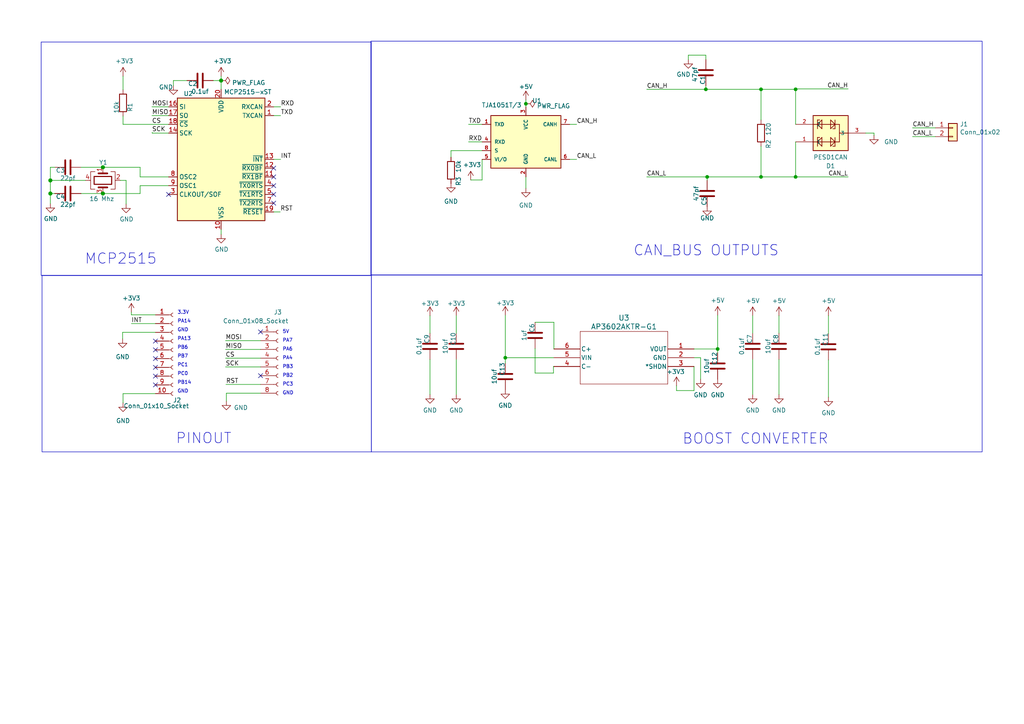
<source format=kicad_sch>
(kicad_sch (version 20230121) (generator eeschema)
  (paper "A4")
  (lib_symbols
    (symbol "2023-04-21_22-29-41:AP3602AKTR-G1" (pin_names (offset 0.254))
      (property "Reference" "U" (at 20.32 10.16 0))
      (property "Value" "AP3602AKTR-G1" (at 20.32 7.62 0))
      (symbol "AP3602AKTR-G1_0_1"
        (polyline (pts (xy 7.62 -10.16) (xy 33.02 -10.16)) (stroke (width 0.127)))
        (polyline (pts (xy 7.62 5.08) (xy 7.62 -10.16)) (stroke (width 0.127)))
        (polyline (pts (xy 33.02 -10.16) (xy 33.02 5.08)) (stroke (width 0.127)))
        (polyline (pts (xy 33.02 5.08) (xy 7.62 5.08)) (stroke (width 0.127)))
        (pin output line (at 0 0 0) (length 7.62) (name "VOUT") (number "1"))
        (pin power_in line (at 0 -2.54 0) (length 7.62) (name "GND") (number "2"))
        (pin input line (at 0 -5.08 0) (length 7.62) (name "*SHDN") (number "3"))
        (pin bidirectional line (at 40.64 -5.08 180) (length 7.62) (name "C-") (number "4"))
        (pin input line (at 40.64 -2.54 180) (length 7.62) (name "VIN") (number "5"))
        (pin bidirectional line (at 40.64 0 180) (length 7.62) (name "C+") (number "6"))
      )
    )
    (symbol "CanBus-rescue:+3V3-power" (power) (pin_names (offset 0))
      (property "Value" "+3V3-power" (at 0 3.556 0))
      (symbol "+3V3-power_0_1"
        (polyline (pts (xy -0.762 1.27) (xy 0 2.54)))
        (polyline (pts (xy 0 0) (xy 0 2.54)))
        (polyline (pts (xy 0 2.54) (xy 0.762 1.27)))
      )
      (symbol "+3V3-power_1_1"
        (pin power_in line (at 0 0 90) (length 0) hide (name "+3V3") (number "1"))
      )
    )
    (symbol "CanBus-rescue:C-Device" (pin_numbers hide) (pin_names (offset 0.254))
      (property "Reference" "C" (at 0.635 2.54 0))
      (property "Value" "C-Device" (at 0.635 -2.54 0))
      (symbol "C-Device_0_1"
        (polyline (pts (xy -2.032 -0.762) (xy 2.032 -0.762)) (stroke (width 0.508)))
        (polyline (pts (xy -2.032 0.762) (xy 2.032 0.762)) (stroke (width 0.508)))
      )
      (symbol "C-Device_1_1"
        (pin passive line (at 0 3.81 270) (length 2.794) (name "~") (number "1"))
        (pin passive line (at 0 -3.81 90) (length 2.794) (name "~") (number "2"))
      )
    )
    (symbol "CanBus-rescue:Conn_01x02-Connector_Generic" (pin_names (offset 1.016) hide)
      (property "Reference" "J" (at 0 2.54 0))
      (property "Value" "Conn_01x02-Connector_Generic" (at 0 -5.08 0))
      (symbol "Conn_01x02-Connector_Generic_1_1"
        (rectangle (start -1.27 -2.413) (end 0 -2.667) (stroke (width 0.1524)))
        (rectangle (start -1.27 0.127) (end 0 -0.127) (stroke (width 0.1524)))
        (rectangle (start -1.27 1.27) (end 1.27 -3.81) (stroke (width 0.254)) (fill (type background)))
        (pin passive line (at -5.08 0 0) (length 3.81) (name "Pin_1") (number "1"))
        (pin passive line (at -5.08 -2.54 0) (length 3.81) (name "Pin_2") (number "2"))
      )
    )
    (symbol "CanBus-rescue:Crystal_GND24-Device" (pin_names (offset 1.016) hide)
      (property "Reference" "Y" (at 3.175 5.08 0))
      (property "Value" "Crystal_GND24-Device" (at 3.175 3.175 0))
      (symbol "Crystal_GND24-Device_0_1"
        (rectangle (start -1.143 2.54) (end 1.143 -2.54) (stroke (width 0.3048)))
        (polyline (pts (xy -2.54 0) (xy -2.032 0)))
        (polyline (pts (xy -2.032 -1.27) (xy -2.032 1.27)) (stroke (width 0.508)))
        (polyline (pts (xy 0 -3.81) (xy 0 -3.556)))
        (polyline (pts (xy 0 3.556) (xy 0 3.81)))
        (polyline (pts (xy 2.032 -1.27) (xy 2.032 1.27)) (stroke (width 0.508)))
        (polyline (pts (xy 2.032 0) (xy 2.54 0)))
        (polyline (pts (xy -2.54 -2.286) (xy -2.54 -3.556) (xy 2.54 -3.556) (xy 2.54 -2.286)))
        (polyline (pts (xy -2.54 2.286) (xy -2.54 3.556) (xy 2.54 3.556) (xy 2.54 2.286)))
      )
      (symbol "Crystal_GND24-Device_1_1"
        (pin passive line (at -3.81 0 0) (length 1.27) (name "1") (number "1"))
        (pin passive line (at 0 5.08 270) (length 1.27) (name "2") (number "2"))
        (pin passive line (at 3.81 0 180) (length 1.27) (name "3") (number "3"))
        (pin passive line (at 0 -5.08 90) (length 1.27) (name "4") (number "4"))
      )
    )
    (symbol "CanBus-rescue:GND-power" (power) (pin_names (offset 0))
      (property "Value" "GND-power" (at 0 -3.81 0))
      (symbol "GND-power_0_1"
        (polyline (pts (xy 0 0) (xy 0 -1.27) (xy 1.27 -1.27) (xy 0 -2.54) (xy -1.27 -1.27) (xy 0 -1.27)))
      )
      (symbol "GND-power_1_1"
        (pin power_in line (at 0 0 270) (length 0) hide (name "GND") (number "1"))
      )
    )
    (symbol "CanBus-rescue:MCP2515-xST-Interface_CAN_LIN"
      (property "Reference" "U" (at -10.16 19.685 0))
      (property "Value" "MCP2515-xST-Interface_CAN_LIN" (at 19.05 20.32 0))
      (symbol "MCP2515-xST-Interface_CAN_LIN_0_1"
        (rectangle (start -12.7 17.78) (end 12.7 -17.78) (stroke (width 0.254)) (fill (type background)))
      )
      (symbol "MCP2515-xST-Interface_CAN_LIN_1_1"
        (pin output line (at 15.24 12.7 180) (length 2.54) (name "TXCAN") (number "1"))
        (pin power_in line (at 0 -20.32 90) (length 2.54) (name "VSS") (number "10"))
        (pin output line (at 15.24 -5.08 180) (length 2.54) (name "~{RX1BF}") (number "11"))
        (pin output line (at 15.24 -2.54 180) (length 2.54) (name "~{RX0BF}") (number "12"))
        (pin output line (at 15.24 0 180) (length 2.54) (name "~{INT}") (number "13"))
        (pin input line (at -15.24 7.62 0) (length 2.54) (name "SCK") (number "14"))
        (pin no_connect line (at -12.7 -2.54 0) (length 2.54) hide (name "NC") (number "15"))
        (pin input line (at -15.24 15.24 0) (length 2.54) (name "SI") (number "16"))
        (pin output line (at -15.24 12.7 0) (length 2.54) (name "SO") (number "17"))
        (pin input line (at -15.24 10.16 0) (length 2.54) (name "~{CS}") (number "18"))
        (pin input line (at 15.24 -15.24 180) (length 2.54) (name "~{RESET}") (number "19"))
        (pin input line (at 15.24 15.24 180) (length 2.54) (name "RXCAN") (number "2"))
        (pin power_in line (at 0 20.32 270) (length 2.54) (name "VDD") (number "20"))
        (pin output line (at -15.24 -10.16 0) (length 2.54) (name "CLKOUT/SOF") (number "3"))
        (pin input line (at 15.24 -7.62 180) (length 2.54) (name "~{TX0RTS}") (number "4"))
        (pin input line (at 15.24 -10.16 180) (length 2.54) (name "~{TX1RTS}") (number "5"))
        (pin no_connect line (at -12.7 0 0) (length 2.54) hide (name "NC") (number "6"))
        (pin input line (at 15.24 -12.7 180) (length 2.54) (name "~{TX2RTS}") (number "7"))
        (pin output line (at -15.24 -5.08 0) (length 2.54) (name "OSC2") (number "8"))
        (pin input line (at -15.24 -7.62 0) (length 2.54) (name "OSC1") (number "9"))
      )
    )
    (symbol "CanBus-rescue:R-Device" (pin_numbers hide) (pin_names (offset 0))
      (property "Reference" "R" (at 2.032 0 90))
      (property "Value" "R-Device" (at 0 0 90))
      (symbol "R-Device_0_1"
        (rectangle (start -1.016 -2.54) (end 1.016 2.54) (stroke (width 0.254)))
      )
      (symbol "R-Device_1_1"
        (pin passive line (at 0 3.81 270) (length 1.27) (name "~") (number "1"))
        (pin passive line (at 0 -3.81 90) (length 1.27) (name "~") (number "2"))
      )
    )
    (symbol "Connector:Conn_01x08_Socket" (pin_names (offset 1.016) hide)
      (property "Reference" "J" (at 0 10.16 0))
      (property "Value" "Conn_01x08_Socket" (at 0 -12.7 0))
      (symbol "Conn_01x08_Socket_1_1"
        (arc (start 0 -9.652) (mid -0.5058 -10.16) (end 0 -10.668) (stroke (width 0.1524)))
        (arc (start 0 -7.112) (mid -0.5058 -7.62) (end 0 -8.128) (stroke (width 0.1524)))
        (arc (start 0 -4.572) (mid -0.5058 -5.08) (end 0 -5.588) (stroke (width 0.1524)))
        (arc (start 0 -2.032) (mid -0.5058 -2.54) (end 0 -3.048) (stroke (width 0.1524)))
        (polyline (pts (xy -1.27 -10.16) (xy -0.508 -10.16)) (stroke (width 0.1524)))
        (polyline (pts (xy -1.27 -7.62) (xy -0.508 -7.62)) (stroke (width 0.1524)))
        (polyline (pts (xy -1.27 -5.08) (xy -0.508 -5.08)) (stroke (width 0.1524)))
        (polyline (pts (xy -1.27 -2.54) (xy -0.508 -2.54)) (stroke (width 0.1524)))
        (polyline (pts (xy -1.27 0) (xy -0.508 0)) (stroke (width 0.1524)))
        (polyline (pts (xy -1.27 2.54) (xy -0.508 2.54)) (stroke (width 0.1524)))
        (polyline (pts (xy -1.27 5.08) (xy -0.508 5.08)) (stroke (width 0.1524)))
        (polyline (pts (xy -1.27 7.62) (xy -0.508 7.62)) (stroke (width 0.1524)))
        (arc (start 0 0.508) (mid -0.5058 0) (end 0 -0.508) (stroke (width 0.1524)))
        (arc (start 0 3.048) (mid -0.5058 2.54) (end 0 2.032) (stroke (width 0.1524)))
        (arc (start 0 5.588) (mid -0.5058 5.08) (end 0 4.572) (stroke (width 0.1524)))
        (arc (start 0 8.128) (mid -0.5058 7.62) (end 0 7.112) (stroke (width 0.1524)))
        (pin passive line (at -5.08 7.62 0) (length 3.81) (name "Pin_1") (number "1"))
        (pin passive line (at -5.08 5.08 0) (length 3.81) (name "Pin_2") (number "2"))
        (pin passive line (at -5.08 2.54 0) (length 3.81) (name "Pin_3") (number "3"))
        (pin passive line (at -5.08 0 0) (length 3.81) (name "Pin_4") (number "4"))
        (pin passive line (at -5.08 -2.54 0) (length 3.81) (name "Pin_5") (number "5"))
        (pin passive line (at -5.08 -5.08 0) (length 3.81) (name "Pin_6") (number "6"))
        (pin passive line (at -5.08 -7.62 0) (length 3.81) (name "Pin_7") (number "7"))
        (pin passive line (at -5.08 -10.16 0) (length 3.81) (name "Pin_8") (number "8"))
      )
    )
    (symbol "Connector:Conn_01x10_Socket" (pin_names (offset 1.016) hide)
      (property "Reference" "J" (at 0 12.7 0))
      (property "Value" "Conn_01x10_Socket" (at 0 -15.24 0))
      (symbol "Conn_01x10_Socket_1_1"
        (arc (start 0 -12.192) (mid -0.5058 -12.7) (end 0 -13.208) (stroke (width 0.1524)))
        (arc (start 0 -9.652) (mid -0.5058 -10.16) (end 0 -10.668) (stroke (width 0.1524)))
        (arc (start 0 -7.112) (mid -0.5058 -7.62) (end 0 -8.128) (stroke (width 0.1524)))
        (arc (start 0 -4.572) (mid -0.5058 -5.08) (end 0 -5.588) (stroke (width 0.1524)))
        (arc (start 0 -2.032) (mid -0.5058 -2.54) (end 0 -3.048) (stroke (width 0.1524)))
        (polyline (pts (xy -1.27 -12.7) (xy -0.508 -12.7)) (stroke (width 0.1524)))
        (polyline (pts (xy -1.27 -10.16) (xy -0.508 -10.16)) (stroke (width 0.1524)))
        (polyline (pts (xy -1.27 -7.62) (xy -0.508 -7.62)) (stroke (width 0.1524)))
        (polyline (pts (xy -1.27 -5.08) (xy -0.508 -5.08)) (stroke (width 0.1524)))
        (polyline (pts (xy -1.27 -2.54) (xy -0.508 -2.54)) (stroke (width 0.1524)))
        (polyline (pts (xy -1.27 0) (xy -0.508 0)) (stroke (width 0.1524)))
        (polyline (pts (xy -1.27 2.54) (xy -0.508 2.54)) (stroke (width 0.1524)))
        (polyline (pts (xy -1.27 5.08) (xy -0.508 5.08)) (stroke (width 0.1524)))
        (polyline (pts (xy -1.27 7.62) (xy -0.508 7.62)) (stroke (width 0.1524)))
        (polyline (pts (xy -1.27 10.16) (xy -0.508 10.16)) (stroke (width 0.1524)))
        (arc (start 0 0.508) (mid -0.5058 0) (end 0 -0.508) (stroke (width 0.1524)))
        (arc (start 0 3.048) (mid -0.5058 2.54) (end 0 2.032) (stroke (width 0.1524)))
        (arc (start 0 5.588) (mid -0.5058 5.08) (end 0 4.572) (stroke (width 0.1524)))
        (arc (start 0 8.128) (mid -0.5058 7.62) (end 0 7.112) (stroke (width 0.1524)))
        (arc (start 0 10.668) (mid -0.5058 10.16) (end 0 9.652) (stroke (width 0.1524)))
        (pin passive line (at -5.08 10.16 0) (length 3.81) (name "Pin_1") (number "1"))
        (pin passive line (at -5.08 -12.7 0) (length 3.81) (name "Pin_10") (number "10"))
        (pin passive line (at -5.08 7.62 0) (length 3.81) (name "Pin_2") (number "2"))
        (pin passive line (at -5.08 5.08 0) (length 3.81) (name "Pin_3") (number "3"))
        (pin passive line (at -5.08 2.54 0) (length 3.81) (name "Pin_4") (number "4"))
        (pin passive line (at -5.08 0 0) (length 3.81) (name "Pin_5") (number "5"))
        (pin passive line (at -5.08 -2.54 0) (length 3.81) (name "Pin_6") (number "6"))
        (pin passive line (at -5.08 -5.08 0) (length 3.81) (name "Pin_7") (number "7"))
        (pin passive line (at -5.08 -7.62 0) (length 3.81) (name "Pin_8") (number "8"))
        (pin passive line (at -5.08 -10.16 0) (length 3.81) (name "Pin_9") (number "9"))
      )
    )
    (symbol "PESD1CAN:PESD1CAN" (pin_names (offset 1.016))
      (property "Reference" "D" (at 0 11.4366 0))
      (property "Value" "PESD1CAN" (at 0 -2.542 0))
      (symbol "PESD1CAN_0_0"
        (polyline (pts (xy 0 2.54) (xy 1.27 2.54)) (stroke (width 0.2032)))
        (polyline (pts (xy 0 7.62) (xy 1.27 7.62)) (stroke (width 0.2032)))
        (polyline (pts (xy 1.27 1.27) (xy 1.905 1.27)) (stroke (width 0.2032)))
        (polyline (pts (xy 1.27 2.54) (xy 1.27 1.27)) (stroke (width 0.2032)))
        (polyline (pts (xy 1.27 2.54) (xy 2.54 3.81)) (stroke (width 0.2032)))
        (polyline (pts (xy 1.27 2.54) (xy 6.35 2.54)) (stroke (width 0.2032)))
        (polyline (pts (xy 1.27 3.81) (xy 1.27 2.54)) (stroke (width 0.2032)))
        (polyline (pts (xy 1.27 6.35) (xy 1.905 6.35)) (stroke (width 0.2032)))
        (polyline (pts (xy 1.27 7.62) (xy 1.27 6.35)) (stroke (width 0.2032)))
        (polyline (pts (xy 1.27 7.62) (xy 2.54 8.89)) (stroke (width 0.2032)))
        (polyline (pts (xy 1.27 7.62) (xy 6.35 7.62)) (stroke (width 0.2032)))
        (polyline (pts (xy 1.27 8.89) (xy 1.27 7.62)) (stroke (width 0.2032)))
        (polyline (pts (xy 2.54 1.27) (xy 1.27 2.54)) (stroke (width 0.2032)))
        (polyline (pts (xy 2.54 3.81) (xy 2.54 1.27)) (stroke (width 0.2032)))
        (polyline (pts (xy 2.54 6.35) (xy 1.27 7.62)) (stroke (width 0.2032)))
        (polyline (pts (xy 2.54 8.89) (xy 2.54 6.35)) (stroke (width 0.2032)))
        (polyline (pts (xy 5.08 1.27) (xy 6.35 2.54)) (stroke (width 0.2032)))
        (polyline (pts (xy 5.08 3.81) (xy 5.08 1.27)) (stroke (width 0.2032)))
        (polyline (pts (xy 5.08 6.35) (xy 6.35 7.62)) (stroke (width 0.2032)))
        (polyline (pts (xy 5.08 8.89) (xy 5.08 6.35)) (stroke (width 0.2032)))
        (polyline (pts (xy 6.35 1.27) (xy 6.35 2.54)) (stroke (width 0.2032)))
        (polyline (pts (xy 6.35 2.54) (xy 5.08 3.81)) (stroke (width 0.2032)))
        (polyline (pts (xy 6.35 2.54) (xy 6.35 3.81)) (stroke (width 0.2032)))
        (polyline (pts (xy 6.35 2.54) (xy 7.62 2.54)) (stroke (width 0.2032)))
        (polyline (pts (xy 6.35 3.81) (xy 5.715 3.81)) (stroke (width 0.2032)))
        (polyline (pts (xy 6.35 6.35) (xy 6.35 7.62)) (stroke (width 0.2032)))
        (polyline (pts (xy 6.35 7.62) (xy 5.08 8.89)) (stroke (width 0.2032)))
        (polyline (pts (xy 6.35 7.62) (xy 6.35 8.89)) (stroke (width 0.2032)))
        (polyline (pts (xy 6.35 7.62) (xy 7.62 7.62)) (stroke (width 0.2032)))
        (polyline (pts (xy 6.35 8.89) (xy 5.715 8.89)) (stroke (width 0.2032)))
        (polyline (pts (xy 7.62 5.08) (xy 7.62 2.54)) (stroke (width 0.2032)))
        (polyline (pts (xy 7.62 5.08) (xy 10.16 5.08)) (stroke (width 0.2032)))
        (polyline (pts (xy 7.62 7.62) (xy 7.62 5.08)) (stroke (width 0.2032)))
        (rectangle (start 0 0) (end 10.16 10.16) (stroke (width 0.254)) (fill (type background)))
        (pin bidirectional line (at -5.08 7.62 0) (length 5.08) (name "1") (number "1"))
        (pin bidirectional line (at -5.08 2.54 0) (length 5.08) (name "2") (number "2"))
        (pin bidirectional line (at 15.24 5.08 180) (length 5.08) (name "3") (number "3"))
      )
    )
    (symbol "TJA1051T_3:TJA1051T{slash}3" (pin_names (offset 1.016))
      (property "Reference" "U" (at -10.16 10.16 0))
      (property "Value" "TJA1051T{slash}3" (at -10.16 -10.16 0))
      (symbol "TJA1051T{slash}3_0_0"
        (rectangle (start -10.16 -7.62) (end 10.16 7.62) (stroke (width 0.254)) (fill (type background)))
        (pin output line (at -12.7 5.08 0) (length 2.54) (name "TXD") (number "1"))
        (pin bidirectional line (at 0 -10.16 90) (length 2.54) (name "GND") (number "2"))
        (pin bidirectional line (at 0 10.16 270) (length 2.54) (name "VCC") (number "3"))
        (pin bidirectional line (at -12.7 0 0) (length 2.54) (name "RXD") (number "4"))
        (pin passive line (at -12.7 -5.08 0) (length 2.54) (name "VI/O") (number "5"))
        (pin bidirectional line (at 12.7 -5.08 180) (length 2.54) (name "CANL") (number "6"))
        (pin bidirectional line (at 12.7 5.08 180) (length 2.54) (name "CANH") (number "7"))
        (pin power_in line (at -12.7 -2.54 0) (length 2.54) (name "S") (number "8"))
      )
    )
    (symbol "power:+3V3" (power) (pin_names (offset 0))
      (property "Value" "+3V3" (at 0 3.556 0))
      (symbol "+3V3_0_1"
        (polyline (pts (xy -0.762 1.27) (xy 0 2.54)))
        (polyline (pts (xy 0 0) (xy 0 2.54)))
        (polyline (pts (xy 0 2.54) (xy 0.762 1.27)))
      )
      (symbol "+3V3_1_1"
        (pin power_in line (at 0 0 90) (length 0) hide (name "+3V3") (number "1"))
      )
    )
    (symbol "power:+5V" (power) (pin_names (offset 0))
      (property "Value" "+5V" (at 0 3.556 0))
      (symbol "+5V_0_1"
        (polyline (pts (xy -0.762 1.27) (xy 0 2.54)))
        (polyline (pts (xy 0 0) (xy 0 2.54)))
        (polyline (pts (xy 0 2.54) (xy 0.762 1.27)))
      )
      (symbol "+5V_1_1"
        (pin power_in line (at 0 0 90) (length 0) hide (name "+5V") (number "1"))
      )
    )
    (symbol "power:GND" (power) (pin_names (offset 0))
      (property "Value" "GND" (at 0 -3.81 0))
      (symbol "GND_0_1"
        (polyline (pts (xy 0 0) (xy 0 -1.27) (xy 1.27 -1.27) (xy 0 -2.54) (xy -1.27 -1.27) (xy 0 -1.27)))
      )
      (symbol "GND_1_1"
        (pin power_in line (at 0 0 270) (length 0) hide (name "GND") (number "1"))
      )
    )
    (symbol "power:PWR_FLAG" (power) (pin_numbers hide) (pin_names (offset 0) hide)
      (property "Value" "PWR_FLAG" (at 0 3.81 0))
      (symbol "PWR_FLAG_0_0"
        (pin power_out line (at 0 0 90) (length 0) (name "pwr") (number "1"))
      )
      (symbol "PWR_FLAG_0_1"
        (polyline (pts (xy 0 0) (xy 0 1.27) (xy -1.016 1.905) (xy 0 2.54) (xy 1.016 1.905) (xy 0 1.27)))
      )
    )
  )
  (junction (at 230.759 25.908))
  (junction (at 220.726 51.308))
  (junction (at 230.759 51.308))
  (junction (at 29.845 56.134) (diameter 1.016))
  (junction (at 14.605 52.324) (diameter 1.016))
  (junction (at 146.558 103.759))
  (junction (at 152.527 30.099))
  (junction (at 208.153 101.219))
  (junction (at 205.105 51.308))
  (junction (at 64.135 23.368) (diameter 1.016))
  (junction (at 204.724 25.908))
  (junction (at 14.605 56.134) (diameter 1.016))
  (junction (at 220.726 25.908))
  (junction (at 29.845 48.514) (diameter 1.016))
  (no_connect (at 75.565 96.266))
  (no_connect (at 45.085 109.093))
  (no_connect (at 79.375 58.928))
  (no_connect (at 45.085 104.013))
  (no_connect (at 45.085 101.473))
  (no_connect (at 45.085 111.633))
  (no_connect (at 79.375 51.308))
  (no_connect (at 45.085 98.933))
  (no_connect (at 45.085 106.553))
  (no_connect (at 79.375 48.768))
  (no_connect (at 75.565 108.966))
  (no_connect (at 79.375 53.848))
  (no_connect (at 79.375 56.388))
  (no_connect (at 48.895 56.388))
  (wire (pts (xy 253.492 39.243) (xy 253.492 38.608)))
  (wire (pts (xy 204.724 16.002) (xy 199.644 16.002)))
  (wire (pts (xy 230.759 36.068) (xy 230.759 25.908)) (stroke (width 0.1524)))
  (wire (pts (xy 205.105 51.308) (xy 205.105 52.324)))
  (wire (pts (xy 160.655 93.472) (xy 160.655 101.219)))
  (wire (pts (xy 135.89 36.068) (xy 139.827 36.068)))
  (wire (pts (xy 160.655 103.759) (xy 146.558 103.759)))
  (wire (pts (xy 40.64 51.308) (xy 40.64 48.514)))
  (wire (pts (xy 44.069 30.988) (xy 48.895 30.988)))
  (wire (pts (xy 40.64 56.134) (xy 40.64 53.848)))
  (wire (pts (xy 152.527 51.308) (xy 152.527 54.61)))
  (wire (pts (xy 230.759 25.781) (xy 230.759 25.908)) (stroke (width 0.1524)))
  (wire (pts (xy 139.827 52.197) (xy 139.827 46.228)))
  (wire (pts (xy 81.407 33.528) (xy 79.375 33.528)))
  (wire (pts (xy 225.933 104.267) (xy 225.933 114.427)) (stroke (width 0.1524)))
  (wire (pts (xy 135.89 41.148) (xy 139.827 41.148)))
  (wire (pts (xy 40.64 53.848) (xy 48.895 53.848)))
  (wire (pts (xy 65.405 98.806) (xy 75.565 98.806)))
  (wire (pts (xy 35.687 36.068) (xy 48.895 36.068)))
  (wire (pts (xy 14.605 59.055) (xy 14.605 56.134)))
  (wire (pts (xy 130.81 43.688) (xy 130.81 45.593)))
  (wire (pts (xy 81.407 46.228) (xy 79.375 46.228)))
  (wire (pts (xy 75.565 106.426) (xy 65.405 106.426)))
  (wire (pts (xy 50.292 23.368) (xy 54.229 23.368)))
  (wire (pts (xy 203.2 103.759) (xy 203.2 109.982)))
  (wire (pts (xy 196.215 113.284) (xy 196.215 111.887)))
  (wire (pts (xy 230.759 51.308) (xy 245.999 51.308)) (stroke (width 0.1524)))
  (wire (pts (xy 167.259 36.068) (xy 165.227 36.068)))
  (wire (pts (xy 136.525 52.197) (xy 139.827 52.197)))
  (wire (pts (xy 35.687 36.068) (xy 35.687 33.655)))
  (wire (pts (xy 81.407 30.988) (xy 79.375 30.988)))
  (wire (pts (xy 64.135 23.368) (xy 64.135 22.098)))
  (wire (pts (xy 218.313 96.647) (xy 218.313 91.567)) (stroke (width 0.1524)))
  (wire (pts (xy 225.933 96.647) (xy 225.933 91.567)) (stroke (width 0.1524)))
  (wire (pts (xy 208.153 101.219) (xy 208.153 102.362)))
  (wire (pts (xy 201.295 113.284) (xy 196.215 113.284)))
  (wire (pts (xy 35.56 98.298) (xy 35.56 96.393)))
  (wire (pts (xy 15.875 56.134) (xy 14.605 56.134)))
  (wire (pts (xy 38.1 91.313) (xy 38.1 90.551)))
  (wire (pts (xy 220.726 51.308) (xy 230.759 51.308)) (stroke (width 0.1524)))
  (wire (pts (xy 35.687 116.84) (xy 35.687 114.173)))
  (wire (pts (xy 65.659 116.332) (xy 65.659 114.046)))
  (wire (pts (xy 220.726 51.308) (xy 220.726 42.418)) (stroke (width 0.1524)))
  (wire (pts (xy 167.259 46.228) (xy 165.227 46.228)))
  (wire (pts (xy 220.726 25.908) (xy 220.726 34.798)))
  (wire (pts (xy 38.1 91.313) (xy 45.085 91.313)))
  (wire (pts (xy 218.313 114.427) (xy 218.313 104.267)) (stroke (width 0.1524)))
  (wire (pts (xy 65.532 111.506) (xy 75.565 111.506)))
  (wire (pts (xy 152.527 28.956) (xy 152.527 30.099)))
  (wire (pts (xy 160.655 106.299) (xy 160.528 106.299)))
  (wire (pts (xy 35.687 114.173) (xy 45.085 114.173)))
  (wire (pts (xy 23.495 48.514) (xy 29.845 48.514)))
  (wire (pts (xy 187.579 51.308) (xy 205.105 51.308)) (stroke (width 0.1524)))
  (wire (pts (xy 220.726 25.908) (xy 230.759 25.908)) (stroke (width 0.1524)))
  (wire (pts (xy 64.135 25.908) (xy 64.135 23.368)))
  (wire (pts (xy 65.405 103.886) (xy 75.565 103.886)))
  (wire (pts (xy 29.845 48.514) (xy 40.64 48.514)))
  (wire (pts (xy 65.405 101.346) (xy 75.565 101.346)))
  (wire (pts (xy 152.527 30.099) (xy 152.527 30.988)))
  (wire (pts (xy 160.528 106.299) (xy 160.528 108.204)))
  (wire (pts (xy 155.194 108.204) (xy 155.194 101.092)))
  (wire (pts (xy 139.827 43.688) (xy 130.81 43.688)))
  (wire (pts (xy 35.56 96.393) (xy 45.085 96.393)))
  (wire (pts (xy 14.605 52.324) (xy 14.605 56.134)))
  (wire (pts (xy 35.687 22.098) (xy 35.687 26.035)))
  (wire (pts (xy 81.28 61.468) (xy 79.375 61.468)))
  (wire (pts (xy 132.334 104.267) (xy 132.334 114.427)) (stroke (width 0.1524)))
  (wire (pts (xy 201.295 101.219) (xy 208.153 101.219)))
  (wire (pts (xy 44.069 33.528) (xy 48.895 33.528)))
  (wire (pts (xy 44.196 38.608) (xy 48.895 38.608)))
  (wire (pts (xy 205.105 51.308) (xy 220.726 51.308)) (stroke (width 0.1524)))
  (wire (pts (xy 204.724 24.892) (xy 204.724 25.908)))
  (wire (pts (xy 124.714 96.647) (xy 124.714 91.567)) (stroke (width 0.1524)))
  (wire (pts (xy 64.135 66.548) (xy 64.135 67.945)))
  (wire (pts (xy 230.759 25.781) (xy 245.999 25.781)) (stroke (width 0.1524)))
  (wire (pts (xy 44.069 38.481) (xy 44.196 38.481)))
  (wire (pts (xy 160.528 108.204) (xy 155.194 108.204)))
  (wire (pts (xy 132.334 91.567) (xy 132.334 96.647)) (stroke (width 0.1524)))
  (wire (pts (xy 23.495 56.134) (xy 29.845 56.134)))
  (wire (pts (xy 230.759 41.148) (xy 230.759 51.308)) (stroke (width 0.1524)))
  (wire (pts (xy 146.558 91.44) (xy 146.558 103.759)))
  (wire (pts (xy 38.1 93.853) (xy 45.085 93.853)))
  (wire (pts (xy 187.579 25.908) (xy 204.724 25.908)) (stroke (width 0.1524)))
  (wire (pts (xy 240.284 104.394) (xy 240.284 115.189)) (stroke (width 0.1524)))
  (wire (pts (xy 124.714 114.427) (xy 124.714 104.267)) (stroke (width 0.1524)))
  (wire (pts (xy 44.196 38.481) (xy 44.196 38.608)))
  (wire (pts (xy 50.292 24.892) (xy 50.292 23.368)))
  (wire (pts (xy 146.558 103.759) (xy 146.558 105.41)))
  (wire (pts (xy 253.492 38.608) (xy 251.079 38.608)))
  (wire (pts (xy 14.605 48.514) (xy 14.605 52.324)))
  (wire (pts (xy 155.194 93.472) (xy 160.655 93.472)))
  (wire (pts (xy 29.845 56.134) (xy 40.64 56.134)))
  (wire (pts (xy 201.295 106.299) (xy 201.295 113.284)))
  (wire (pts (xy 36.576 52.324) (xy 36.576 59.182)))
  (wire (pts (xy 208.153 91.44) (xy 208.153 101.219)))
  (wire (pts (xy 65.659 114.046) (xy 75.565 114.046)))
  (wire (pts (xy 34.925 52.324) (xy 36.576 52.324)))
  (wire (pts (xy 264.668 39.624) (xy 271.272 39.624)))
  (wire (pts (xy 204.724 17.272) (xy 204.724 16.002)))
  (wire (pts (xy 264.668 37.084) (xy 271.272 37.084)))
  (wire (pts (xy 48.895 51.308) (xy 40.64 51.308)))
  (wire (pts (xy 61.849 23.368) (xy 64.135 23.368)))
  (wire (pts (xy 199.644 16.002) (xy 199.644 17.272)))
  (wire (pts (xy 201.295 103.759) (xy 203.2 103.759)))
  (wire (pts (xy 204.724 25.908) (xy 220.726 25.908)) (stroke (width 0.1524)))
  (wire (pts (xy 240.284 91.567) (xy 240.284 96.774)) (stroke (width 0.1524)))
  (wire (pts (xy 24.765 52.324) (xy 14.605 52.324)))
  (wire (pts (xy 14.605 48.514) (xy 15.875 48.514)))
  (rectangle (start 11.938 12.192) (end 107.696 79.883))
  (rectangle (start 107.569 11.938) (end 284.861 79.756))
  (rectangle (start 12.192 79.883) (end 107.696 131.064))
  (rectangle (start 107.696 79.756) (end 284.861 131.064))
  (text "BOOST CONVERTER \n\n" (at 197.866 133.985 0) (effects (font (size 3 3)) (justify left bottom)))
  (text "MCP2515\n" (at 24.511 76.962 0) (effects (font (size 3 3)) (justify left bottom)))
  (text "PC1" (at 51.435 106.553 0) (effects (font (size 1 1)) (justify left bottom)))
  (text "PINOUT\n" (at 50.927 129.032 0) (effects (font (size 3 3)) (justify left bottom)))
  (text "PA7" (at 81.915 99.441 0) (effects (font (size 1 1)) (justify left bottom)))
  (text "PB3" (at 81.915 107.061 0) (effects (font (size 1 1)) (justify left bottom)))
  (text "5V" (at 81.915 96.901 0) (effects (font (size 1 1)) (justify left bottom)))
  (text "PB2" (at 81.915 109.601 0) (effects (font (size 1 1)) (justify left bottom)))
  (text "PB7" (at 51.435 104.013 0) (effects (font (size 1 1)) (justify left bottom)))
  (text "PB14\n" (at 51.435 111.633 0) (effects (font (size 1 1)) (justify left bottom)))
  (text "PB6" (at 51.435 101.473 0) (effects (font (size 1 1)) (justify left bottom)))
  (text "CAN_BUS OUTPUTS" (at 183.642 74.549 0) (effects (font (size 3 3)) (justify left bottom)))
  (text "PC3" (at 81.915 112.141 0) (effects (font (size 1 1)) (justify left bottom)))
  (text "PA13" (at 51.435 98.933 0) (effects (font (size 1 1)) (justify left bottom)))
  (text "GND" (at 51.435 96.393 0) (effects (font (size 1 1)) (justify left bottom)))
  (text "PA14\n" (at 51.435 93.853 0) (effects (font (size 1 1)) (justify left bottom)))
  (text "3.3V" (at 51.435 91.313 0) (effects (font (size 1 1)) (justify left bottom)))
  (text "PA4" (at 81.915 104.521 0) (effects (font (size 1 1)) (justify left bottom)))
  (text "GND" (at 51.435 114.173 0) (effects (font (size 1 1)) (justify left bottom)))
  (text "PC0" (at 51.435 109.093 0) (effects (font (size 1 1)) (justify left bottom)))
  (text "PA6" (at 81.915 101.981 0) (effects (font (size 1 1)) (justify left bottom)))
  (text "GND" (at 81.915 114.681 0) (effects (font (size 1 1)) (justify left bottom)))
  (label "TXD" (at 81.407 33.528 0))
  (label "RST" (at 65.532 111.506 0))
  (label "INT" (at 38.1 93.853 0))
  (label "CAN_H" (at 167.259 36.068 0) (effects (font (size 1.2446 1.2446))))
  (label "CAN_L" (at 245.999 51.308 180) (effects (font (size 1.2446 1.2446))))
  (label "TXD" (at 135.89 36.068 0))
  (label "CS" (at 65.405 103.886 0))
  (label "RXD" (at 135.89 41.148 0))
  (label "CS" (at 46.736 36.068 180))
  (label "MISO" (at 44.069 33.528 0))
  (label "CAN_L" (at 264.668 39.624 0))
  (label "RST" (at 81.28 61.468 0))
  (label "SCK" (at 44.069 38.481 0))
  (label "CAN_H" (at 187.579 25.908 0) (effects (font (size 1.2446 1.2446))))
  (label "CAN_L" (at 167.259 46.228 0) (effects (font (size 1.2446 1.2446))))
  (label "INT" (at 81.407 46.228 0))
  (label "SCK" (at 65.405 106.426 0))
  (label "MOSI" (at 44.069 30.988 0))
  (label "CAN_L" (at 187.579 51.308 0) (effects (font (size 1.2446 1.2446))))
  (label "MOSI" (at 65.405 98.806 0))
  (label "MISO" (at 65.405 101.346 0))
  (label "RXD" (at 81.407 30.988 0))
  (label "CAN_H" (at 264.668 37.084 0))
  (label "CAN_H" (at 245.999 25.781 180) (effects (font (size 1.2446 1.2446))))
  (symbol (lib_id "power:GND") (at 208.153 109.982 0) (mirror y) (unit 1)
    (property "Reference" "#PWR024" (effects hide))
    (property "Value" "GND" (at 208.153 114.554 0))
  )
  (symbol (lib_id "CanBus-rescue:C-Device") (at 208.153 106.172 0) (mirror y) (unit 1)
    (property "Reference" "C12" (at 207.264 104.013 90))
    (property "Value" "10uf" (at 204.978 106.172 90))
    (property "Footprint" "Capacitor_SMD:C_0603_1608Metric_Pad1.08x0.95mm_HandSolder" (effects hide))
    (property "Datasheet" "https://www.mouser.mx/datasheet/2/40/KYOCERA_AutoMLCCKAM-3106308.pdf" (effects hide))
    (property "manf#" "CC0603KRX5R6BB106" (effects hide))
    (property "Proveedor" "LCSC" (effects hide))
    (property "LCSC#" "C326057" (effects hide))
  )
  (symbol (lib_id "CanBus-rescue:C-Device") (at 205.105 56.134 180) (unit 1)
    (property "Reference" "C5" (at 204.216 58.293 90))
    (property "Value" "47pf" (at 201.93 56.134 90))
    (property "Footprint" "Capacitor_SMD:C_0603_1608Metric_Pad1.08x0.95mm_HandSolder" (effects hide))
    (property "Datasheet" "https://www.mouser.mx/datasheet/2/212/KEM_C1022_C0G_AUTO_SMD-1093282.pdf" (effects hide))
    (property "manf#" "CC0603JRNPO9BN470" (effects hide))
    (property "Proveedor" "LCSC" (effects hide))
    (property "LCSC#" "C105622" (effects hide))
  )
  (symbol (lib_id "power:+3V3") (at 38.1 90.551 0) (unit 1)
    (property "Reference" "#PWR014" (effects hide))
    (property "Value" "+3V3" (at 38.1 86.487 0))
  )
  (symbol (lib_id "power:GND") (at 205.105 59.944 0) (unit 1)
    (property "Reference" "#PWR012" (effects hide))
    (property "Value" "GND" (at 205.105 63.246 0))
  )
  (symbol (lib_id "CanBus-rescue:C-Device") (at 146.558 109.22 0) (mirror y) (unit 1)
    (property "Reference" "C13" (at 145.669 107.061 90))
    (property "Value" "10uf" (at 143.383 109.22 90))
    (property "Footprint" "Capacitor_SMD:C_0603_1608Metric_Pad1.08x0.95mm_HandSolder" (effects hide))
    (property "Datasheet" "https://www.mouser.mx/datasheet/2/40/KYOCERA_AutoMLCCKAM-3106308.pdf" (effects hide))
    (property "manf#" "CC0603KRX5R6BB106" (effects hide))
    (property "Proveedor" "LCSC" (effects hide))
    (property "LCSC#" "C326057" (effects hide))
  )
  (symbol (lib_id "power:+3V3") (at 124.714 91.567 0) (mirror y) (unit 1)
    (property "Reference" "#PWR018" (effects hide))
    (property "Value" "+3V3" (at 124.714 88.011 0))
  )
  (symbol (lib_id "CanBus-rescue:GND-power") (at 50.292 24.892 0) (unit 1)
    (property "Reference" "#PWR04" (effects hide))
    (property "Value" "GND" (at 48.133 25.273 0))
  )
  (symbol (lib_id "CanBus-rescue:R-Device") (at 130.81 49.403 180) (unit 1)
    (property "Reference" "R3" (at 132.969 52.578 90))
    (property "Value" "10k" (at 132.969 48.26 90))
    (property "Footprint" "Resistor_SMD:R_0603_1608Metric_Pad0.98x0.95mm_HandSolder" (effects hide))
    (property "Datasheet" "https://www.mouser.mx/datasheet/2/447/PYu_RP_51_RoHS_L_0-3071169.pdf" (effects hide))
    (property "manf#" "RC0603JR-0710KL" (effects hide))
    (property "Proveedor" "LCSC" (effects hide))
    (property "LCSC#" "C99198" (effects hide))
  )
  (symbol (lib_id "power:GND") (at 240.284 115.189 0) (mirror y) (unit 1)
    (property "Reference" "#PWR026" (effects hide))
    (property "Value" "GND" (at 240.284 119.761 0))
  )
  (symbol (lib_id "power:GND") (at 65.659 116.332 0) (unit 1)
    (property "Reference" "#PWR032" (effects hide))
    (property "Value" "GND" (at 67.818 118.237 0) (effects (justify left)))
  )
  (symbol (lib_id "power:+5V") (at 218.313 91.567 0) (mirror y) (unit 1)
    (property "Reference" "#PWR016" (effects hide))
    (property "Value" "+5V" (at 218.313 87.249 0))
  )
  (symbol (lib_id "CanBus-rescue:Crystal_GND24-Device") (at 29.845 52.324 270) (unit 1)
    (property "Reference" "Y1" (at 28.702 47.117 90) (effects (justify left)))
    (property "Value" "16 Mhz" (at 25.908 57.658 90) (effects (justify left)))
    (property "Footprint" "Crystal:Crystal_SMD_2016-4Pin_2.0x1.6mm" (effects hide))
    (property "Datasheet" "https://datasheet.lcsc.com/szlcsc/1912111437_HELE-Harmony-Elec-X2C016000B91H-R_C254270.pdf" (effects hide))
    (property "manf#" "X2C016000B91H-R" (effects hide))
    (property "LCSC#" "C254270" (effects hide))
    (property "Proveedor" "LCSC" (effects hide))
  )
  (symbol (lib_id "CanBus-rescue:+3V3-power") (at 136.525 52.197 0) (unit 1)
    (property "Reference" "#PWR07" (effects hide))
    (property "Value" "+3V3" (at 136.906 47.8028 0))
  )
  (symbol (lib_id "CanBus-rescue:C-Device") (at 132.334 100.457 0) (mirror y) (unit 1)
    (property "Reference" "C10" (at 131.445 98.298 90))
    (property "Value" "10uf" (at 129.159 100.457 90))
    (property "Footprint" "Capacitor_SMD:C_0603_1608Metric_Pad1.08x0.95mm_HandSolder" (effects hide))
    (property "Datasheet" "https://www.mouser.mx/datasheet/2/40/KYOCERA_AutoMLCCKAM-3106308.pdf" (effects hide))
    (property "manf#" "CC0603KRX5R6BB106" (effects hide))
    (property "Proveedor" "LCSC" (effects hide))
    (property "LCSC#" "C326057" (effects hide))
  )
  (symbol (lib_id "power:GND") (at 35.56 98.298 0) (unit 1)
    (property "Reference" "#PWR022" (effects hide))
    (property "Value" "GND" (at 35.56 103.505 0))
  )
  (symbol (lib_id "CanBus-rescue:C-Device") (at 124.714 100.457 0) (mirror y) (unit 1)
    (property "Reference" "C9" (at 123.825 98.298 90))
    (property "Value" "0.1uf" (at 121.539 100.457 90))
    (property "Footprint" "Capacitor_SMD:C_0603_1608Metric_Pad1.08x0.95mm_HandSolder" (effects hide))
    (property "Datasheet" "https://www.mouser.mx/datasheet/2/210/WTC_MLCC_General_Purpose-1534899.pdf" (effects hide))
    (property "manf#" "TCC0603X7R104K500CT" (effects hide))
    (property "Proveedor" "LCSC" (effects hide))
    (property "LCSC#" "C282519" (effects hide))
  )
  (symbol (lib_id "CanBus-rescue:R-Device") (at 220.726 38.608 180) (unit 1)
    (property "Reference" "R2" (at 222.885 41.783 90))
    (property "Value" "120" (at 222.885 37.465 90))
    (property "Footprint" "Resistor_SMD:R_0603_1608Metric_Pad0.98x0.95mm_HandSolder" (effects hide))
    (property "Datasheet" "https://www.mouser.mx/datasheet/2/418/5/ENG_DS_1773204_1_F-717776.pdf" (effects hide))
    (property "manf#" "HPCR0603F120RK9" (effects hide))
    (property "Proveedor" "LCSC" (effects hide))
    (property "LCSC#" "C365072" (effects hide))
  )
  (symbol (lib_id "2023-04-21_22-29-41:AP3602AKTR-G1") (at 201.295 101.219 0) (mirror y) (unit 1)
    (property "Reference" "U3" (at 180.975 92.202 0) (effects (font (size 1.524 1.524))))
    (property "Value" "AP3602AKTR-G1" (at 180.975 94.742 0) (effects (font (size 1.524 1.524))))
    (property "Footprint" "Package_TO_SOT_SMD:TSOT-23-6" (effects hide))
    (property "Datasheet" "https://www.mouser.mx/datasheet/2/115/DIOD_S_A0009645458_1-2512741.pdf" (effects hide))
    (property "manf#" "AP3602AKTR-G1" (effects hide))
    (property "Proveedor" "LCSC" (effects hide))
    (property "LCSC#" "C460358" (effects hide))
  )
  (symbol (lib_id "CanBus-rescue:C-Device") (at 19.685 48.514 90) (mirror x) (unit 1)
    (property "Reference" "C3" (at 17.526 49.403 90))
    (property "Value" "22pf" (at 19.685 51.689 90))
    (property "Footprint" "Capacitor_SMD:C_0603_1608Metric_Pad1.08x0.95mm_HandSolder" (effects hide))
    (property "Datasheet" " https://www.mouser.mx/datasheet/2/40/C0GNP0_Dielectric-951274.pdf" (effects hide))
    (property "manf#" "06035A220JAT2A" (effects hide))
    (property "Proveedor" "LCSC" (effects hide))
    (property "LCSC#" "C525244" (effects hide))
  )
  (symbol (lib_id "CanBus-rescue:C-Device") (at 19.685 56.134 90) (mirror x) (unit 1)
    (property "Reference" "C4" (at 17.526 57.023 90))
    (property "Value" "22pf" (at 19.685 59.309 90))
    (property "Footprint" "Capacitor_SMD:C_0603_1608Metric_Pad1.08x0.95mm_HandSolder" (effects hide))
    (property "Datasheet" " https://www.mouser.mx/datasheet/2/40/C0GNP0_Dielectric-951274.pdf" (effects hide))
    (property "manf#" "06035A220JAT2A" (effects hide))
    (property "Proveedor" "LCSC" (effects hide))
    (property "LCSC#" "C525244" (effects hide))
  )
  (symbol (lib_id "power:+5V") (at 152.527 28.956 0) (unit 1)
    (property "Reference" "#PWR05" (effects hide))
    (property "Value" "+5V" (at 152.527 25.146 0))
  )
  (symbol (lib_id "power:+3V3") (at 146.558 91.44 0) (mirror y) (unit 1)
    (property "Reference" "#PWR021" (effects hide))
    (property "Value" "+3V3" (at 146.558 87.884 0))
  )
  (symbol (lib_id "CanBus-rescue:C-Device") (at 225.933 100.457 0) (mirror y) (unit 1)
    (property "Reference" "C8" (at 225.044 98.298 90))
    (property "Value" "10uf" (at 222.758 100.457 90))
    (property "Footprint" "Capacitor_SMD:C_0603_1608Metric_Pad1.08x0.95mm_HandSolder" (effects hide))
    (property "Datasheet" "https://www.mouser.mx/datasheet/2/40/KYOCERA_AutoMLCCKAM-3106308.pdf" (effects hide))
    (property "manf#" "CC0603KRX5R6BB106" (effects hide))
    (property "Proveedor" "LCSC" (effects hide))
    (property "LCSC#" "C326057" (effects hide))
  )
  (symbol (lib_id "CanBus-rescue:GND-power") (at 14.605 59.055 0) (unit 1)
    (property "Reference" "#PWR011" (effects hide))
    (property "Value" "GND" (at 14.732 63.4492 0))
  )
  (symbol (lib_id "power:+3V3") (at 196.215 111.887 0) (mirror y) (unit 1)
    (property "Reference" "#PWR025" (effects hide))
    (property "Value" "+3V3" (at 195.961 107.823 0))
  )
  (symbol (lib_id "power:+3V3") (at 132.334 91.567 0) (mirror y) (unit 1)
    (property "Reference" "#PWR019" (effects hide))
    (property "Value" "+3V3" (at 132.334 88.011 0))
  )
  (symbol (lib_id "Connector:Conn_01x08_Socket") (at 80.645 103.886 0) (unit 1)
    (property "Reference" "J3" (at 79.375 90.551 0) (effects (justify left)))
    (property "Value" "Conn_01x08_Socket" (at 64.643 93.091 0) (effects (justify left)))
    (property "Footprint" "Connector_PinHeader_2.54mm:PinHeader_1x08_P2.54mm_Horizontal" (effects hide))
    (property "Proveedor" "LCSC" (effects hide))
    (property "manf#" "PZ254-1-08-W-8.5" (effects hide))
    (property "LCSC#" "C2894950" (effects hide))
  )
  (symbol (lib_id "power:PWR_FLAG") (at 64.135 23.368 270) (unit 1)
    (property "Reference" "#FLG01" (effects hide))
    (property "Value" "PWR_FLAG" (at 67.31 24.003 90) (effects (justify left)))
  )
  (symbol (lib_id "Connector:Conn_01x10_Socket") (at 50.165 101.473 0) (unit 1)
    (property "Reference" "J2" (at 50.165 116.078 0) (effects (justify left)))
    (property "Value" "Conn_01x10_Socket" (at 35.814 117.729 0) (effects (justify left)))
    (property "Footprint" "Connector_PinHeader_2.54mm:PinHeader_1x10_P2.54mm_Horizontal" (effects hide))
    (property "LCSC#" "C492418" (effects hide))
    (property "Proveedor" "LCSC" (effects hide))
    (property "manf#" "PZ254R-11-10P" (effects hide))
  )
  (symbol (lib_id "CanBus-rescue:C-Device") (at 155.194 97.282 0) (mirror y) (unit 1)
    (property "Reference" "C6" (at 154.305 95.123 90))
    (property "Value" "1uf" (at 152.019 97.282 90))
    (property "Footprint" "Capacitor_SMD:C_0603_1608Metric_Pad1.08x0.95mm_HandSolder" (effects hide))
    (property "Datasheet" "https://www.mouser.mx/datasheet/2/40/AVX_X7RDielectric_777024-1853642.pdf" (effects hide))
    (property "manf#" "CL10A105KP8NNNC" (effects hide))
    (property "Proveedor" "LCSC" (effects hide))
    (property "LCSC#" "C26413" (effects hide))
  )
  (symbol (lib_id "power:PWR_FLAG") (at 152.527 30.099 270) (unit 1)
    (property "Reference" "#FLG02" (effects hide))
    (property "Value" "PWR_FLAG" (at 155.702 30.734 90) (effects (justify left)))
  )
  (symbol (lib_id "CanBus-rescue:C-Device") (at 204.724 21.082 180) (unit 1)
    (property "Reference" "C1" (at 203.835 23.241 90))
    (property "Value" "47pf" (at 201.549 21.59 90))
    (property "Footprint" "Capacitor_SMD:C_0603_1608Metric_Pad1.08x0.95mm_HandSolder" (effects hide))
    (property "Datasheet" "https://www.mouser.mx/datasheet/2/212/KEM_C1022_C0G_AUTO_SMD-1093282.pdf" (effects hide))
    (property "manf#" "CC0603JRNPO9BN470" (effects hide))
    (property "Proveedor" "LCSC" (effects hide))
    (property "LCSC#" "C105622" (effects hide))
  )
  (symbol (lib_id "PESD1CAN:PESD1CAN") (at 235.839 33.528 0) (mirror x) (unit 1)
    (property "Reference" "D1" (at 240.919 48.133 0))
    (property "Value" "PESD1CAN" (at 240.919 45.593 0))
    (property "Footprint" "Package_TO_SOT_SMD:SOT-323_SC-70" (effects hide))
    (property "Datasheet" "https://www.mouser.mx/datasheet/2/916/PESD1CAN_U-2938423.pdf" (effects hide))
    (property "manf#" "PESD1CAN-UX" (effects hide))
    (property "Proveedor" "LCSC" (effects hide))
    (property "LCSC#" "C907839" (effects hide))
  )
  (symbol (lib_id "CanBus-rescue:C-Device") (at 58.039 23.368 90) (mirror x) (unit 1)
    (property "Reference" "C2" (at 55.88 24.257 90))
    (property "Value" "0.1uf" (at 58.039 26.543 90))
    (property "Footprint" "Capacitor_SMD:C_0603_1608Metric_Pad1.08x0.95mm_HandSolder" (effects hide))
    (property "Datasheet" "https://www.mouser.mx/datasheet/2/210/WTC_MLCC_General_Purpose-1534899.pdf" (effects hide))
    (property "manf#" "TCC0603X7R104K500CT" (effects hide))
    (property "Proveedor" "LCSC" (effects hide))
    (property "LCSC#" "C282519" (effects hide))
  )
  (symbol (lib_id "CanBus-rescue:GND-power") (at 36.576 59.182 0) (unit 1)
    (property "Reference" "#PWR010" (effects hide))
    (property "Value" "GND" (at 36.703 63.5762 0))
  )
  (symbol (lib_id "power:GND") (at 152.527 54.61 0) (unit 1)
    (property "Reference" "#PWR09" (effects hide))
    (property "Value" "GND" (at 152.527 59.563 0))
  )
  (symbol (lib_id "power:GND") (at 203.2 109.982 0) (mirror y) (unit 1)
    (property "Reference" "#PWR023" (effects hide))
    (property "Value" "GND" (at 203.2 114.554 0))
  )
  (symbol (lib_id "power:GND") (at 253.492 39.243 0) (unit 1)
    (property "Reference" "#PWR06" (effects hide))
    (property "Value" "GND" (at 256.413 41.148 0) (effects (justify left)))
  )
  (symbol (lib_id "CanBus-rescue:+3V3-power") (at 35.687 22.098 0) (unit 1)
    (property "Reference" "#PWR03" (effects hide))
    (property "Value" "+3V3" (at 36.068 17.7038 0))
  )
  (symbol (lib_id "power:GND") (at 218.313 114.427 0) (mirror y) (unit 1)
    (property "Reference" "#PWR028" (effects hide))
    (property "Value" "GND" (at 218.313 118.999 0))
  )
  (symbol (lib_id "CanBus-rescue:R-Device") (at 35.687 29.845 0) (unit 1)
    (property "Reference" "R1" (at 37.719 31.115 90))
    (property "Value" "10k" (at 33.782 31.115 90))
    (property "Footprint" "Resistor_SMD:R_0603_1608Metric_Pad0.98x0.95mm_HandSolder" (effects hide))
    (property "Datasheet" "https://www.mouser.mx/datasheet/2/447/PYu_RP_51_RoHS_L_0-3071169.pdf" (effects hide))
    (property "manf#" "RC0603JR-0710KL" (effects hide))
    (property "Proveedor" "LCSC" (effects hide))
    (property "LCSC#" "C99198" (effects hide))
  )
  (symbol (lib_id "power:GND") (at 35.687 116.84 0) (unit 1)
    (property "Reference" "#PWR033" (effects hide))
    (property "Value" "GND" (at 35.687 122.047 0))
  )
  (symbol (lib_id "power:GND") (at 132.334 114.427 0) (mirror y) (unit 1)
    (property "Reference" "#PWR031" (effects hide))
    (property "Value" "GND" (at 132.334 118.999 0))
  )
  (symbol (lib_id "CanBus-rescue:GND-power") (at 64.135 67.945 0) (unit 1)
    (property "Reference" "#PWR013" (effects hide))
    (property "Value" "GND" (at 64.262 72.3392 0))
  )
  (symbol (lib_id "CanBus-rescue:MCP2515-xST-Interface_CAN_LIN") (at 64.135 46.228 0) (unit 1)
    (property "Reference" "U2" (at 54.61 27.178 0))
    (property "Value" "MCP2515-xST" (at 71.882 26.67 0))
    (property "Footprint" "Package_SO:TSSOP-20_4.4x6.5mm_P0.65mm" (effects hide))
    (property "Datasheet" "https://www.mouser.mx/datasheet/2/268/MCP2515-Stand-Alone-CAN-Controller-with-SPI-200018-708845.pdf" (effects hide))
    (property "manf#" "MCP2515-I/ST" (effects hide))
    (property "LCSC#" "C15193" (effects hide))
    (property "Proveedor" "LCSC" (effects hide))
  )
  (symbol (lib_id "CanBus-rescue:Conn_01x02-Connector_Generic") (at 276.352 37.084 0) (unit 1)
    (property "Reference" "J1" (at 278.384 36.0172 0) (effects (justify left)))
    (property "Value" "Conn_01x02" (at 278.384 38.3286 0) (effects (justify left)))
    (property "Footprint" "TerminalBlock:TerminalBlock_bornier-2_P5.08mm" (effects hide))
    (property "manf#" "---" (effects hide))
    (property "Proveedor" "Steren" (effects hide))
  )
  (symbol (lib_id "power:GND") (at 199.644 17.272 0) (unit 1)
    (property "Reference" "#PWR01" (effects hide))
    (property "Value" "GND" (at 198.247 21.59 0))
  )
  (symbol (lib_id "power:GND") (at 146.558 113.03 0) (mirror y) (unit 1)
    (property "Reference" "#PWR027" (effects hide))
    (property "Value" "GND" (at 146.558 117.602 0))
  )
  (symbol (lib_id "CanBus-rescue:C-Device") (at 218.313 100.457 0) (mirror y) (unit 1)
    (property "Reference" "C7" (at 217.424 98.298 90))
    (property "Value" "0.1uf" (at 215.138 100.457 90))
    (property "Footprint" "Capacitor_SMD:C_0603_1608Metric_Pad1.08x0.95mm_HandSolder" (effects hide))
    (property "Datasheet" "https://www.mouser.mx/datasheet/2/210/WTC_MLCC_General_Purpose-1534899.pdf" (effects hide))
    (property "manf#" "TCC0603X7R104K500CT" (effects hide))
    (property "Proveedor" "LCSC" (effects hide))
    (property "LCSC#" "C282519" (effects hide))
  )
  (symbol (lib_id "power:+5V") (at 240.284 91.567 0) (mirror y) (unit 1)
    (property "Reference" "#PWR020" (effects hide))
    (property "Value" "+5V" (at 240.284 87.249 0))
  )
  (symbol (lib_id "TJA1051T_3:TJA1051T{slash}3") (at 152.527 41.148 0) (unit 1)
    (property "Reference" "U1" (at 154.3559 29.21 0) (effects (justify left)))
    (property "Value" "TJA1051T/3" (at 139.7 30.48 0) (effects (justify left)))
    (property "Footprint" "Package_SO:SOIC-8_3.9x4.9mm_P1.27mm" (effects hide))
    (property "Datasheet" "https://www.mouser.mx/datasheet/2/302/TJA1051-3083392.pdf" (effects hide))
    (property "manf#" "TJA1051T/3,118" (effects hide))
    (property "Proveedor" "LCSC" (effects hide))
    (property "LCSC#" "C58988" (effects hide))
  )
  (symbol (lib_id "power:GND") (at 225.933 114.427 0) (mirror y) (unit 1)
    (property "Reference" "#PWR029" (effects hide))
    (property "Value" "GND" (at 225.933 118.999 0))
  )
  (symbol (lib_id "CanBus-rescue:C-Device") (at 240.284 100.584 0) (mirror y) (unit 1)
    (property "Reference" "C11" (at 239.395 98.425 90))
    (property "Value" "0.1uf" (at 237.109 100.584 90))
    (property "Footprint" "Capacitor_SMD:C_0603_1608Metric_Pad1.08x0.95mm_HandSolder" (effects hide))
    (property "Datasheet" "https://www.mouser.mx/datasheet/2/210/WTC_MLCC_General_Purpose-1534899.pdf" (effects hide))
    (property "manf#" "TCC0603X7R104K500CT" (effects hide))
    (property "Proveedor" "LCSC" (effects hide))
    (property "LCSC#" "C282519" (effects hide))
  )
  (symbol (lib_id "power:+5V") (at 208.153 91.44 0) (mirror y) (unit 1)
    (property "Reference" "#PWR015" (effects hide))
    (property "Value" "+5V" (at 208.153 87.122 0))
  )
  (symbol (lib_id "power:+5V") (at 225.933 91.567 0) (mirror y) (unit 1)
    (property "Reference" "#PWR017" (effects hide))
    (property "Value" "+5V" (at 225.933 87.249 0))
  )
  (symbol (lib_id "power:GND") (at 124.714 114.427 0) (mirror y) (unit 1)
    (property "Reference" "#PWR030" (effects hide))
    (property "Value" "GND" (at 124.714 118.999 0))
  )
  (symbol (lib_id "power:GND") (at 130.81 53.213 0) (unit 1)
    (property "Reference" "#PWR08" (effects hide))
    (property "Value" "GND" (at 130.81 58.42 0))
  )
  (symbol (lib_id "CanBus-rescue:+3V3-power") (at 64.135 22.098 0) (unit 1)
    (property "Reference" "#PWR02" (effects hide))
    (property "Value" "+3V3" (at 64.516 17.7038 0))
  )
)
</source>
